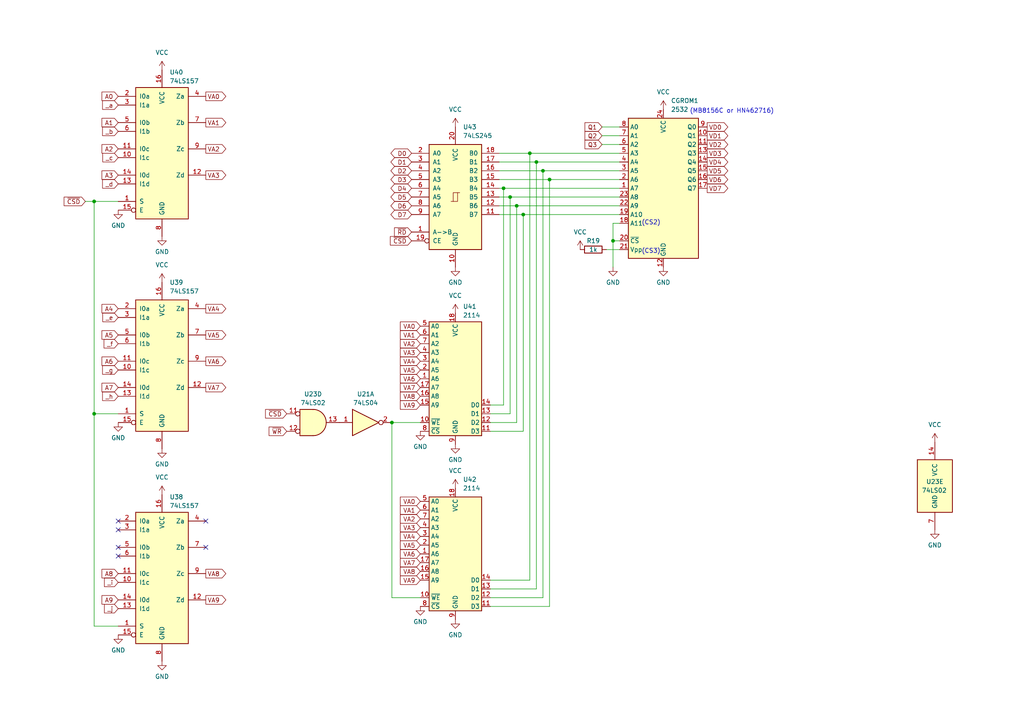
<source format=kicad_sch>
(kicad_sch (version 20230121) (generator eeschema)
  (paper "A4")
  (title_block (title "CGROM & VRAM") (date "2023-08-07") (comment 1 "U21 A/U23 D") (comment 2 "U3 U38 U39 U40 U41 U42 U43"))
  (lib_symbols
    (symbol "2114:2114"
      (property "Reference" "U" (at -7.62 17.78 0))
      (property "Value" "2114" (at 2.54 17.78 0))
      (symbol "2114_0_1"
        (rectangle (start -7.62 16.51) (end 7.62 -16.51) (stroke (width 0.254)) (fill (type background)))
      )
      (symbol "2114_1_0"
        (pin power_in line (at 0 19.05 270) (length 2.54) (name "VCC") (number "18"))
        (pin power_in line (at 0 -19.05 90) (length 2.54) (name "GND") (number "9"))
      )
      (symbol "2114_1_1"
        (pin input line (at -10.16 0 0) (length 2.54) (name "A6") (number "1"))
        (pin input line (at -10.16 -12.7 0) (length 2.54) (name "~{WE}") (number "10"))
        (pin bidirectional line (at 10.16 -15.24 180) (length 2.54) (name "D3") (number "11"))
        (pin bidirectional line (at 10.16 -12.7 180) (length 2.54) (name "D2") (number "12"))
        (pin bidirectional line (at 10.16 -10.16 180) (length 2.54) (name "D1") (number "13"))
        (pin bidirectional line (at 10.16 -7.62 180) (length 2.54) (name "D0") (number "14"))
        (pin input line (at -10.16 -7.62 0) (length 2.54) (name "A9") (number "15"))
        (pin input line (at -10.16 -5.08 0) (length 2.54) (name "A8") (number "16"))
        (pin input line (at -10.16 -2.54 0) (length 2.54) (name "A7") (number "17"))
        (pin input line (at -10.16 2.54 0) (length 2.54) (name "A5") (number "2"))
        (pin input line (at -10.16 5.08 0) (length 2.54) (name "A4") (number "3"))
        (pin input line (at -10.16 7.62 0) (length 2.54) (name "A3") (number "4"))
        (pin input line (at -10.16 15.24 0) (length 2.54) (name "A0") (number "5"))
        (pin input line (at -10.16 12.7 0) (length 2.54) (name "A1") (number "6"))
        (pin input line (at -10.16 10.16 0) (length 2.54) (name "A2") (number "7"))
        (pin input line (at -10.16 -15.24 0) (length 2.54) (name "~{CS}") (number "8"))
      )
    )
    (symbol "2532:2532"
      (property "Reference" "U" (at -10.16 20.955 0))
      (property "Value" "2532" (at 2.54 20.955 0))
      (symbol "2532_0_1"
        (rectangle (start -10.16 20.32) (end 10.16 -20.32) (stroke (width 0.254)) (fill (type background)))
      )
      (symbol "2532_1_0"
        (pin power_in line (at 0 -22.86 90) (length 2.54) (name "GND") (number "12"))
        (pin power_in line (at 0 22.86 270) (length 2.54) (name "VCC") (number "24"))
      )
      (symbol "2532_1_1"
        (pin input line (at -12.7 0 0) (length 2.54) (name "A7") (number "1"))
        (pin tri_state line (at 12.7 15.24 180) (length 2.54) (name "Q1") (number "10"))
        (pin tri_state line (at 12.7 12.7 180) (length 2.54) (name "Q2") (number "11"))
        (pin tri_state line (at 12.7 10.16 180) (length 2.54) (name "Q3") (number "13"))
        (pin tri_state line (at 12.7 7.62 180) (length 2.54) (name "Q4") (number "14"))
        (pin tri_state line (at 12.7 5.08 180) (length 2.54) (name "Q5") (number "15"))
        (pin tri_state line (at 12.7 2.54 180) (length 2.54) (name "Q6") (number "16"))
        (pin tri_state line (at 12.7 0 180) (length 2.54) (name "Q7") (number "17"))
        (pin input line (at -12.7 -10.16 0) (length 2.54) (name "A11") (number "18"))
        (pin input line (at -12.7 -7.62 0) (length 2.54) (name "A10") (number "19"))
        (pin input line (at -12.7 2.54 0) (length 2.54) (name "A6") (number "2"))
        (pin input line (at -12.7 -15.24 0) (length 2.54) (name "~{CS}") (number "20"))
        (pin input line (at -12.7 -17.78 0) (length 2.54) (name "Vpp") (number "21"))
        (pin input line (at -12.7 -5.08 0) (length 2.54) (name "A9") (number "22"))
        (pin input line (at -12.7 -2.54 0) (length 2.54) (name "A8") (number "23"))
        (pin input line (at -12.7 5.08 0) (length 2.54) (name "A5") (number "3"))
        (pin input line (at -12.7 7.62 0) (length 2.54) (name "A4") (number "4"))
        (pin input line (at -12.7 10.16 0) (length 2.54) (name "A3") (number "5"))
        (pin input line (at -12.7 12.7 0) (length 2.54) (name "A2") (number "6"))
        (pin input line (at -12.7 15.24 0) (length 2.54) (name "A1") (number "7"))
        (pin input line (at -12.7 17.78 0) (length 2.54) (name "A0") (number "8"))
        (pin tri_state line (at 12.7 17.78 180) (length 2.54) (name "Q0") (number "9"))
      )
    )
    (symbol "74xx:74LS02" (pin_names (offset 1.016))
      (property "Reference" "U" (at 0 1.27 0))
      (property "Value" "74LS02" (at 0 -1.27 0))
      (symbol "74LS02_1_1"
        (arc (start -3.81 -3.81) (mid -2.589 0) (end -3.81 3.81) (stroke (width 0.254)))
        (arc (start -0.6096 -3.81) (mid 2.1842 -2.5851) (end 3.81 0) (stroke (width 0.254)) (fill (type background)))
        (polyline (pts (xy -3.81 -3.81) (xy -0.635 -3.81)) (stroke (width 0.254)) (fill (type background)))
        (polyline (pts (xy -3.81 3.81) (xy -0.635 3.81)) (stroke (width 0.254)) (fill (type background)))
        (polyline (pts (xy -0.635 3.81) (xy -3.81 3.81) (xy -3.81 3.81) (xy -3.556 3.4036) (xy -3.0226 2.2606) (xy -2.6924 1.0414) (xy -2.6162 -0.254) (xy -2.7686 -1.4986) (xy -3.175 -2.7178) (xy -3.81 -3.81) (xy -3.81 -3.81) (xy -0.635 -3.81)) (stroke (width -25.4)) (fill (type background)))
        (arc (start 3.81 0) (mid 2.1915 2.5936) (end -0.6096 3.81) (stroke (width 0.254)) (fill (type background)))
        (pin output inverted (at 7.62 0 180) (length 3.81) (name "~") (number "1"))
        (pin input line (at -7.62 2.54 0) (length 4.318) (name "~") (number "2"))
        (pin input line (at -7.62 -2.54 0) (length 4.318) (name "~") (number "3"))
      )
      (symbol "74LS02_1_2"
        (arc (start 0 -3.81) (mid 3.7934 0) (end 0 3.81) (stroke (width 0.254)) (fill (type background)))
        (polyline (pts (xy 0 3.81) (xy -3.81 3.81) (xy -3.81 -3.81) (xy 0 -3.81)) (stroke (width 0.254)) (fill (type background)))
        (pin output line (at 7.62 0 180) (length 3.81) (name "~") (number "1"))
        (pin input inverted (at -7.62 2.54 0) (length 3.81) (name "~") (number "2"))
        (pin input inverted (at -7.62 -2.54 0) (length 3.81) (name "~") (number "3"))
      )
      (symbol "74LS02_2_1"
        (arc (start -3.81 -3.81) (mid -2.589 0) (end -3.81 3.81) (stroke (width 0.254)))
        (arc (start -0.6096 -3.81) (mid 2.1842 -2.5851) (end 3.81 0) (stroke (width 0.254)) (fill (type background)))
        (polyline (pts (xy -3.81 -3.81) (xy -0.635 -3.81)) (stroke (width 0.254)) (fill (type background)))
        (polyline (pts (xy -3.81 3.81) (xy -0.635 3.81)) (stroke (width 0.254)) (fill (type background)))
        (polyline (pts (xy -0.635 3.81) (xy -3.81 3.81) (xy -3.81 3.81) (xy -3.556 3.4036) (xy -3.0226 2.2606) (xy -2.6924 1.0414) (xy -2.6162 -0.254) (xy -2.7686 -1.4986) (xy -3.175 -2.7178) (xy -3.81 -3.81) (xy -3.81 -3.81) (xy -0.635 -3.81)) (stroke (width -25.4)) (fill (type background)))
        (arc (start 3.81 0) (mid 2.1915 2.5936) (end -0.6096 3.81) (stroke (width 0.254)) (fill (type background)))
        (pin output inverted (at 7.62 0 180) (length 3.81) (name "~") (number "4"))
        (pin input line (at -7.62 2.54 0) (length 4.318) (name "~") (number "5"))
        (pin input line (at -7.62 -2.54 0) (length 4.318) (name "~") (number "6"))
      )
      (symbol "74LS02_2_2"
        (arc (start 0 -3.81) (mid 3.7934 0) (end 0 3.81) (stroke (width 0.254)) (fill (type background)))
        (polyline (pts (xy 0 3.81) (xy -3.81 3.81) (xy -3.81 -3.81) (xy 0 -3.81)) (stroke (width 0.254)) (fill (type background)))
        (pin output line (at 7.62 0 180) (length 3.81) (name "~") (number "4"))
        (pin input inverted (at -7.62 2.54 0) (length 3.81) (name "~") (number "5"))
        (pin input inverted (at -7.62 -2.54 0) (length 3.81) (name "~") (number "6"))
      )
      (symbol "74LS02_3_1"
        (arc (start -3.81 -3.81) (mid -2.589 0) (end -3.81 3.81) (stroke (width 0.254)))
        (arc (start -0.6096 -3.81) (mid 2.1842 -2.5851) (end 3.81 0) (stroke (width 0.254)) (fill (type background)))
        (polyline (pts (xy -3.81 -3.81) (xy -0.635 -3.81)) (stroke (width 0.254)) (fill (type background)))
        (polyline (pts (xy -3.81 3.81) (xy -0.635 3.81)) (stroke (width 0.254)) (fill (type background)))
        (polyline (pts (xy -0.635 3.81) (xy -3.81 3.81) (xy -3.81 3.81) (xy -3.556 3.4036) (xy -3.0226 2.2606) (xy -2.6924 1.0414) (xy -2.6162 -0.254) (xy -2.7686 -1.4986) (xy -3.175 -2.7178) (xy -3.81 -3.81) (xy -3.81 -3.81) (xy -0.635 -3.81)) (stroke (width -25.4)) (fill (type background)))
        (arc (start 3.81 0) (mid 2.1915 2.5936) (end -0.6096 3.81) (stroke (width 0.254)) (fill (type background)))
        (pin output inverted (at 7.62 0 180) (length 3.81) (name "~") (number "10"))
        (pin input line (at -7.62 2.54 0) (length 4.318) (name "~") (number "8"))
        (pin input line (at -7.62 -2.54 0) (length 4.318) (name "~") (number "9"))
      )
      (symbol "74LS02_3_2"
        (arc (start 0 -3.81) (mid 3.7934 0) (end 0 3.81) (stroke (width 0.254)) (fill (type background)))
        (polyline (pts (xy 0 3.81) (xy -3.81 3.81) (xy -3.81 -3.81) (xy 0 -3.81)) (stroke (width 0.254)) (fill (type background)))
        (pin output line (at 7.62 0 180) (length 3.81) (name "~") (number "10"))
        (pin input inverted (at -7.62 2.54 0) (length 3.81) (name "~") (number "8"))
        (pin input inverted (at -7.62 -2.54 0) (length 3.81) (name "~") (number "9"))
      )
      (symbol "74LS02_4_1"
        (arc (start -3.81 -3.81) (mid -2.589 0) (end -3.81 3.81) (stroke (width 0.254)))
        (arc (start -0.6096 -3.81) (mid 2.1842 -2.5851) (end 3.81 0) (stroke (width 0.254)) (fill (type background)))
        (polyline (pts (xy -3.81 -3.81) (xy -0.635 -3.81)) (stroke (width 0.254)) (fill (type background)))
        (polyline (pts (xy -3.81 3.81) (xy -0.635 3.81)) (stroke (width 0.254)) (fill (type background)))
        (polyline (pts (xy -0.635 3.81) (xy -3.81 3.81) (xy -3.81 3.81) (xy -3.556 3.4036) (xy -3.0226 2.2606) (xy -2.6924 1.0414) (xy -2.6162 -0.254) (xy -2.7686 -1.4986) (xy -3.175 -2.7178) (xy -3.81 -3.81) (xy -3.81 -3.81) (xy -0.635 -3.81)) (stroke (width -25.4)) (fill (type background)))
        (arc (start 3.81 0) (mid 2.1915 2.5936) (end -0.6096 3.81) (stroke (width 0.254)) (fill (type background)))
        (pin input line (at -7.62 2.54 0) (length 4.318) (name "~") (number "11"))
        (pin input line (at -7.62 -2.54 0) (length 4.318) (name "~") (number "12"))
        (pin output inverted (at 7.62 0 180) (length 3.81) (name "~") (number "13"))
      )
      (symbol "74LS02_4_2"
        (arc (start 0 -3.81) (mid 3.7934 0) (end 0 3.81) (stroke (width 0.254)) (fill (type background)))
        (polyline (pts (xy 0 3.81) (xy -3.81 3.81) (xy -3.81 -3.81) (xy 0 -3.81)) (stroke (width 0.254)) (fill (type background)))
        (pin input inverted (at -7.62 2.54 0) (length 3.81) (name "~") (number "11"))
        (pin input inverted (at -7.62 -2.54 0) (length 3.81) (name "~") (number "12"))
        (pin output line (at 7.62 0 180) (length 3.81) (name "~") (number "13"))
      )
      (symbol "74LS02_5_0"
        (pin power_in line (at 0 12.7 270) (length 5.08) (name "VCC") (number "14"))
        (pin power_in line (at 0 -12.7 90) (length 5.08) (name "GND") (number "7"))
      )
      (symbol "74LS02_5_1"
        (rectangle (start -5.08 7.62) (end 5.08 -7.62) (stroke (width 0.254)) (fill (type background)))
      )
    )
    (symbol "74xx:74LS04"
      (property "Reference" "U" (at 0 1.27 0))
      (property "Value" "74LS04" (at 0 -1.27 0))
      (symbol "74LS04_1_0"
        (polyline (pts (xy -3.81 3.81) (xy -3.81 -3.81) (xy 3.81 0) (xy -3.81 3.81)) (stroke (width 0.254)) (fill (type background)))
        (pin input line (at -7.62 0 0) (length 3.81) (name "~") (number "1"))
        (pin output inverted (at 7.62 0 180) (length 3.81) (name "~") (number "2"))
      )
      (symbol "74LS04_2_0"
        (polyline (pts (xy -3.81 3.81) (xy -3.81 -3.81) (xy 3.81 0) (xy -3.81 3.81)) (stroke (width 0.254)) (fill (type background)))
        (pin input line (at -7.62 0 0) (length 3.81) (name "~") (number "3"))
        (pin output inverted (at 7.62 0 180) (length 3.81) (name "~") (number "4"))
      )
      (symbol "74LS04_3_0"
        (polyline (pts (xy -3.81 3.81) (xy -3.81 -3.81) (xy 3.81 0) (xy -3.81 3.81)) (stroke (width 0.254)) (fill (type background)))
        (pin input line (at -7.62 0 0) (length 3.81) (name "~") (number "5"))
        (pin output inverted (at 7.62 0 180) (length 3.81) (name "~") (number "6"))
      )
      (symbol "74LS04_4_0"
        (polyline (pts (xy -3.81 3.81) (xy -3.81 -3.81) (xy 3.81 0) (xy -3.81 3.81)) (stroke (width 0.254)) (fill (type background)))
        (pin output inverted (at 7.62 0 180) (length 3.81) (name "~") (number "8"))
        (pin input line (at -7.62 0 0) (length 3.81) (name "~") (number "9"))
      )
      (symbol "74LS04_5_0"
        (polyline (pts (xy -3.81 3.81) (xy -3.81 -3.81) (xy 3.81 0) (xy -3.81 3.81)) (stroke (width 0.254)) (fill (type background)))
        (pin output inverted (at 7.62 0 180) (length 3.81) (name "~") (number "10"))
        (pin input line (at -7.62 0 0) (length 3.81) (name "~") (number "11"))
      )
      (symbol "74LS04_6_0"
        (polyline (pts (xy -3.81 3.81) (xy -3.81 -3.81) (xy 3.81 0) (xy -3.81 3.81)) (stroke (width 0.254)) (fill (type background)))
        (pin output inverted (at 7.62 0 180) (length 3.81) (name "~") (number "12"))
        (pin input line (at -7.62 0 0) (length 3.81) (name "~") (number "13"))
      )
      (symbol "74LS04_7_0"
        (pin power_in line (at 0 12.7 270) (length 5.08) (name "VCC") (number "14"))
        (pin power_in line (at 0 -12.7 90) (length 5.08) (name "GND") (number "7"))
      )
      (symbol "74LS04_7_1"
        (rectangle (start -5.08 7.62) (end 5.08 -7.62) (stroke (width 0.254)) (fill (type background)))
      )
    )
    (symbol "74xx:74LS157" (pin_names (offset 1.016))
      (property "Reference" "U" (at -7.62 19.05 0))
      (property "Value" "74LS157" (at -7.62 -21.59 0))
      (symbol "74LS157_1_0"
        (pin input line (at -12.7 -15.24 0) (length 5.08) (name "S") (number "1"))
        (pin input line (at -12.7 -2.54 0) (length 5.08) (name "I1c") (number "10"))
        (pin input line (at -12.7 0 0) (length 5.08) (name "I0c") (number "11"))
        (pin output line (at 12.7 -7.62 180) (length 5.08) (name "Zd") (number "12"))
        (pin input line (at -12.7 -10.16 0) (length 5.08) (name "I1d") (number "13"))
        (pin input line (at -12.7 -7.62 0) (length 5.08) (name "I0d") (number "14"))
        (pin input inverted (at -12.7 -17.78 0) (length 5.08) (name "E") (number "15"))
        (pin power_in line (at 0 22.86 270) (length 5.08) (name "VCC") (number "16"))
        (pin input line (at -12.7 15.24 0) (length 5.08) (name "I0a") (number "2"))
        (pin input line (at -12.7 12.7 0) (length 5.08) (name "I1a") (number "3"))
        (pin output line (at 12.7 15.24 180) (length 5.08) (name "Za") (number "4"))
        (pin input line (at -12.7 7.62 0) (length 5.08) (name "I0b") (number "5"))
        (pin input line (at -12.7 5.08 0) (length 5.08) (name "I1b") (number "6"))
        (pin output line (at 12.7 7.62 180) (length 5.08) (name "Zb") (number "7"))
        (pin power_in line (at 0 -25.4 90) (length 5.08) (name "GND") (number "8"))
        (pin output line (at 12.7 0 180) (length 5.08) (name "Zc") (number "9"))
      )
      (symbol "74LS157_1_1"
        (rectangle (start -7.62 17.78) (end 7.62 -20.32) (stroke (width 0.254)) (fill (type background)))
      )
    )
    (symbol "74xx:74LS245" (pin_names (offset 1.016))
      (property "Reference" "U" (at -7.62 16.51 0))
      (property "Value" "74LS245" (at -7.62 -16.51 0))
      (symbol "74LS245_1_0"
        (polyline (pts (xy -0.635 -1.27) (xy -0.635 1.27) (xy 0.635 1.27)))
        (polyline (pts (xy -1.27 -1.27) (xy 0.635 -1.27) (xy 0.635 1.27) (xy 1.27 1.27)))
        (pin input line (at -12.7 -10.16 0) (length 5.08) (name "A->B") (number "1"))
        (pin power_in line (at 0 -20.32 90) (length 5.08) (name "GND") (number "10"))
        (pin tri_state line (at 12.7 -5.08 180) (length 5.08) (name "B7") (number "11"))
        (pin tri_state line (at 12.7 -2.54 180) (length 5.08) (name "B6") (number "12"))
        (pin tri_state line (at 12.7 0 180) (length 5.08) (name "B5") (number "13"))
        (pin tri_state line (at 12.7 2.54 180) (length 5.08) (name "B4") (number "14"))
        (pin tri_state line (at 12.7 5.08 180) (length 5.08) (name "B3") (number "15"))
        (pin tri_state line (at 12.7 7.62 180) (length 5.08) (name "B2") (number "16"))
        (pin tri_state line (at 12.7 10.16 180) (length 5.08) (name "B1") (number "17"))
        (pin tri_state line (at 12.7 12.7 180) (length 5.08) (name "B0") (number "18"))
        (pin input inverted (at -12.7 -12.7 0) (length 5.08) (name "CE") (number "19"))
        (pin tri_state line (at -12.7 12.7 0) (length 5.08) (name "A0") (number "2"))
        (pin power_in line (at 0 20.32 270) (length 5.08) (name "VCC") (number "20"))
        (pin tri_state line (at -12.7 10.16 0) (length 5.08) (name "A1") (number "3"))
        (pin tri_state line (at -12.7 7.62 0) (length 5.08) (name "A2") (number "4"))
        (pin tri_state line (at -12.7 5.08 0) (length 5.08) (name "A3") (number "5"))
        (pin tri_state line (at -12.7 2.54 0) (length 5.08) (name "A4") (number "6"))
        (pin tri_state line (at -12.7 0 0) (length 5.08) (name "A5") (number "7"))
        (pin tri_state line (at -12.7 -2.54 0) (length 5.08) (name "A6") (number "8"))
        (pin tri_state line (at -12.7 -5.08 0) (length 5.08) (name "A7") (number "9"))
      )
      (symbol "74LS245_1_1"
        (rectangle (start -7.62 15.24) (end 7.62 -15.24) (stroke (width 0.254)) (fill (type background)))
      )
    )
    (symbol "Device:R" (pin_numbers hide) (pin_names (offset 0))
      (property "Reference" "R" (at 2.032 0 90))
      (property "Value" "R" (at 0 0 90))
      (symbol "R_0_1"
        (rectangle (start -1.016 -2.54) (end 1.016 2.54) (stroke (width 0.254)))
      )
      (symbol "R_1_1"
        (pin passive line (at 0 3.81 270) (length 1.27) (name "~") (number "1"))
        (pin passive line (at 0 -3.81 90) (length 1.27) (name "~") (number "2"))
      )
    )
    (symbol "power:GND" (power) (pin_names (offset 0))
      (property "Value" "GND" (at 0 -3.81 0))
      (symbol "GND_0_1"
        (polyline (pts (xy 0 0) (xy 0 -1.27) (xy 1.27 -1.27) (xy 0 -2.54) (xy -1.27 -1.27) (xy 0 -1.27)))
      )
      (symbol "GND_1_1"
        (pin power_in line (at 0 0 270) (length 0) hide (name "GND") (number "1"))
      )
    )
    (symbol "power:VCC" (power) (pin_names (offset 0))
      (property "Value" "VCC" (at 0 3.81 0))
      (symbol "VCC_0_1"
        (polyline (pts (xy -0.762 1.27) (xy 0 2.54)))
        (polyline (pts (xy 0 0) (xy 0 2.54)))
        (polyline (pts (xy 0 2.54) (xy 0.762 1.27)))
      )
      (symbol "VCC_1_1"
        (pin power_in line (at 0 0 90) (length 0) hide (name "VCC") (number "1"))
      )
    )
  )
  (junction (at 159.385 52.07))
  (junction (at 146.05 54.61))
  (junction (at 27.305 58.42))
  (junction (at 27.305 120.015))
  (junction (at 155.575 46.99))
  (junction (at 151.765 62.23))
  (junction (at 157.48 49.53))
  (junction (at 147.955 57.15))
  (junction (at 177.8 69.85))
  (junction (at 113.665 122.555))
  (junction (at 149.86 59.69))
  (junction (at 153.67 44.45))
  (no_connect (at 34.29 161.29))
  (no_connect (at 34.29 158.75))
  (no_connect (at 59.69 158.75))
  (no_connect (at 59.69 151.13))
  (no_connect (at 34.29 151.13))
  (no_connect (at 34.29 153.67))
  (wire (pts (xy 27.305 120.015) (xy 34.29 120.015)))
  (wire (pts (xy 155.575 46.99) (xy 179.705 46.99)))
  (wire (pts (xy 144.78 44.45) (xy 153.67 44.45)))
  (wire (pts (xy 144.78 62.23) (xy 151.765 62.23)))
  (wire (pts (xy 24.765 58.42) (xy 27.305 58.42)))
  (wire (pts (xy 155.575 170.815) (xy 155.575 46.99)))
  (wire (pts (xy 153.67 44.45) (xy 153.67 168.275)))
  (wire (pts (xy 147.955 57.15) (xy 179.705 57.15)))
  (wire (pts (xy 149.86 59.69) (xy 179.705 59.69)))
  (wire (pts (xy 177.8 77.47) (xy 177.8 69.85)))
  (wire (pts (xy 151.765 62.23) (xy 179.705 62.23)))
  (wire (pts (xy 146.05 54.61) (xy 179.705 54.61)))
  (wire (pts (xy 147.955 57.15) (xy 147.955 120.015)))
  (wire (pts (xy 27.305 181.61) (xy 34.29 181.61)))
  (wire (pts (xy 27.305 120.015) (xy 27.305 181.61)))
  (wire (pts (xy 151.765 125.095) (xy 142.24 125.095)))
  (wire (pts (xy 144.78 57.15) (xy 147.955 57.15)))
  (wire (pts (xy 177.8 69.85) (xy 179.705 69.85)))
  (wire (pts (xy 113.665 122.555) (xy 113.665 173.355)))
  (wire (pts (xy 146.05 117.475) (xy 146.05 54.61)))
  (wire (pts (xy 144.78 46.99) (xy 155.575 46.99)))
  (wire (pts (xy 144.78 59.69) (xy 149.86 59.69)))
  (wire (pts (xy 159.385 52.07) (xy 179.705 52.07)))
  (wire (pts (xy 175.895 72.39) (xy 179.705 72.39)))
  (wire (pts (xy 157.48 49.53) (xy 179.705 49.53)))
  (wire (pts (xy 113.665 122.555) (xy 121.92 122.555)))
  (wire (pts (xy 142.24 117.475) (xy 146.05 117.475)))
  (wire (pts (xy 142.24 170.815) (xy 155.575 170.815)))
  (wire (pts (xy 157.48 173.355) (xy 142.24 173.355)))
  (wire (pts (xy 142.24 175.895) (xy 159.385 175.895)))
  (wire (pts (xy 157.48 49.53) (xy 157.48 173.355)))
  (wire (pts (xy 113.665 173.355) (xy 121.92 173.355)))
  (wire (pts (xy 174.625 36.83) (xy 179.705 36.83)))
  (wire (pts (xy 151.765 62.23) (xy 151.765 125.095)))
  (wire (pts (xy 144.78 54.61) (xy 146.05 54.61)))
  (wire (pts (xy 27.305 58.42) (xy 27.305 120.015)))
  (wire (pts (xy 153.67 44.45) (xy 179.705 44.45)))
  (wire (pts (xy 177.8 69.85) (xy 177.8 64.77)))
  (wire (pts (xy 142.24 122.555) (xy 149.86 122.555)))
  (wire (pts (xy 174.625 41.91) (xy 179.705 41.91)))
  (wire (pts (xy 159.385 52.07) (xy 159.385 175.895)))
  (wire (pts (xy 144.78 52.07) (xy 159.385 52.07)))
  (wire (pts (xy 34.29 58.42) (xy 27.305 58.42)))
  (wire (pts (xy 174.625 39.37) (xy 179.705 39.37)))
  (wire (pts (xy 149.86 122.555) (xy 149.86 59.69)))
  (wire (pts (xy 144.78 49.53) (xy 157.48 49.53)))
  (wire (pts (xy 147.955 120.015) (xy 142.24 120.015)))
  (wire (pts (xy 177.8 64.77) (xy 179.705 64.77)))
  (wire (pts (xy 142.24 168.275) (xy 153.67 168.275)))
  (text "(MB8156C or HN462716)" (at 200.025 33.02 0) (effects (font (size 1.27 1.27)) (justify left bottom)))
  (text "(CS2)" (at 186.055 65.405 0) (effects (font (size 1.27 1.27)) (justify left bottom)))
  (text "(CS3)" (at 186.055 73.66 0) (effects (font (size 1.27 1.27)) (justify left bottom)))
  (global_label "VA8" (shape output) (at 59.69 166.37 0) (property "Intersheetrefs" "${INTERSHEET_REFS}" (effects hide)))
  (global_label "VA3" (shape input) (at 121.92 153.035 180) (property "Intersheetrefs" "${INTERSHEET_REFS}" (effects hide)))
  (global_label "VA4" (shape input) (at 121.92 155.575 180) (property "Intersheetrefs" "${INTERSHEET_REFS}" (effects hide)))
  (global_label "A1" (shape input) (at 34.29 35.56 180) (property "Intersheetrefs" "${INTERSHEET_REFS}" (effects hide)))
  (global_label "VA2" (shape input) (at 121.92 99.695 180) (property "Intersheetrefs" "${INTERSHEET_REFS}" (effects hide)))
  (global_label "VD1" (shape output) (at 205.105 39.37 0) (property "Intersheetrefs" "${INTERSHEET_REFS}" (effects hide)))
  (global_label "VD7" (shape output) (at 205.105 54.61 0) (property "Intersheetrefs" "${INTERSHEET_REFS}" (effects hide)))
  (global_label "_i" (shape input) (at 34.29 168.91 180) (property "Intersheetrefs" "${INTERSHEET_REFS}" (effects hide)))
  (global_label "A7" (shape input) (at 34.29 112.395 180) (property "Intersheetrefs" "${INTERSHEET_REFS}" (effects hide)))
  (global_label "D2" (shape bidirectional) (at 119.38 49.53 180) (property "Intersheetrefs" "${INTERSHEET_REFS}" (effects hide)))
  (global_label "VA8" (shape input) (at 121.92 114.935 180) (property "Intersheetrefs" "${INTERSHEET_REFS}" (effects hide)))
  (global_label "VA7" (shape output) (at 59.69 112.395 0) (property "Intersheetrefs" "${INTERSHEET_REFS}" (effects hide)))
  (global_label "D5" (shape bidirectional) (at 119.38 57.15 180) (property "Intersheetrefs" "${INTERSHEET_REFS}" (effects hide)))
  (global_label "VA5" (shape output) (at 59.69 97.155 0) (property "Intersheetrefs" "${INTERSHEET_REFS}" (effects hide)))
  (global_label "_f" (shape input) (at 34.29 99.695 180) (property "Intersheetrefs" "${INTERSHEET_REFS}" (effects hide)))
  (global_label "_a" (shape input) (at 34.29 30.48 180) (property "Intersheetrefs" "${INTERSHEET_REFS}" (effects hide)))
  (global_label "VA7" (shape input) (at 121.92 163.195 180) (property "Intersheetrefs" "${INTERSHEET_REFS}" (effects hide)))
  (global_label "A0" (shape input) (at 34.29 27.94 180) (property "Intersheetrefs" "${INTERSHEET_REFS}" (effects hide)))
  (global_label "VA0" (shape input) (at 121.92 94.615 180) (property "Intersheetrefs" "${INTERSHEET_REFS}" (effects hide)))
  (global_label "~{CSD}" (shape input) (at 83.185 120.015 180) (property "Intersheetrefs" "${INTERSHEET_REFS}" (effects hide)))
  (global_label "VD2" (shape output) (at 205.105 41.91 0) (property "Intersheetrefs" "${INTERSHEET_REFS}" (effects hide)))
  (global_label "Q3" (shape input) (at 174.625 41.91 180) (property "Intersheetrefs" "${INTERSHEET_REFS}" (effects hide)))
  (global_label "VA4" (shape input) (at 121.92 104.775 180) (property "Intersheetrefs" "${INTERSHEET_REFS}" (effects hide)))
  (global_label "VA9" (shape input) (at 121.92 117.475 180) (property "Intersheetrefs" "${INTERSHEET_REFS}" (effects hide)))
  (global_label "_g" (shape input) (at 34.29 107.315 180) (property "Intersheetrefs" "${INTERSHEET_REFS}" (effects hide)))
  (global_label "Q1" (shape input) (at 174.625 36.83 180) (property "Intersheetrefs" "${INTERSHEET_REFS}" (effects hide)))
  (global_label "D4" (shape bidirectional) (at 119.38 54.61 180) (property "Intersheetrefs" "${INTERSHEET_REFS}" (effects hide)))
  (global_label "~{CSD}" (shape input) (at 24.765 58.42 180) (property "Intersheetrefs" "${INTERSHEET_REFS}" (effects hide)))
  (global_label "VA1" (shape output) (at 59.69 35.56 0) (property "Intersheetrefs" "${INTERSHEET_REFS}" (effects hide)))
  (global_label "VA5" (shape input) (at 121.92 158.115 180) (property "Intersheetrefs" "${INTERSHEET_REFS}" (effects hide)))
  (global_label "A5" (shape input) (at 34.29 97.155 180) (property "Intersheetrefs" "${INTERSHEET_REFS}" (effects hide)))
  (global_label "VA7" (shape input) (at 121.92 112.395 180) (property "Intersheetrefs" "${INTERSHEET_REFS}" (effects hide)))
  (global_label "D7" (shape bidirectional) (at 119.38 62.23 180) (property "Intersheetrefs" "${INTERSHEET_REFS}" (effects hide)))
  (global_label "VA3" (shape input) (at 121.92 102.235 180) (property "Intersheetrefs" "${INTERSHEET_REFS}" (effects hide)))
  (global_label "_c" (shape input) (at 34.29 45.72 180) (property "Intersheetrefs" "${INTERSHEET_REFS}" (effects hide)))
  (global_label "A4" (shape input) (at 34.29 89.535 180) (property "Intersheetrefs" "${INTERSHEET_REFS}" (effects hide)))
  (global_label "D3" (shape bidirectional) (at 119.38 52.07 180) (property "Intersheetrefs" "${INTERSHEET_REFS}" (effects hide)))
  (global_label "D6" (shape bidirectional) (at 119.38 59.69 180) (property "Intersheetrefs" "${INTERSHEET_REFS}" (effects hide)))
  (global_label "VA1" (shape input) (at 121.92 147.955 180) (property "Intersheetrefs" "${INTERSHEET_REFS}" (effects hide)))
  (global_label "~{CSD}" (shape input) (at 119.38 69.85 180) (property "Intersheetrefs" "${INTERSHEET_REFS}" (effects hide)))
  (global_label "A9" (shape input) (at 34.29 173.99 180) (property "Intersheetrefs" "${INTERSHEET_REFS}" (effects hide)))
  (global_label "VD0" (shape output) (at 205.105 36.83 0) (property "Intersheetrefs" "${INTERSHEET_REFS}" (effects hide)))
  (global_label "VD4" (shape output) (at 205.105 46.99 0) (property "Intersheetrefs" "${INTERSHEET_REFS}" (effects hide)))
  (global_label "A8" (shape input) (at 34.29 166.37 180) (property "Intersheetrefs" "${INTERSHEET_REFS}" (effects hide)))
  (global_label "A6" (shape input) (at 34.29 104.775 180) (property "Intersheetrefs" "${INTERSHEET_REFS}" (effects hide)))
  (global_label "D1" (shape bidirectional) (at 119.38 46.99 180) (property "Intersheetrefs" "${INTERSHEET_REFS}" (effects hide)))
  (global_label "VA9" (shape output) (at 59.69 173.99 0) (property "Intersheetrefs" "${INTERSHEET_REFS}" (effects hide)))
  (global_label "~{WR}" (shape input) (at 83.185 125.095 180) (property "Intersheetrefs" "${INTERSHEET_REFS}" (effects hide)))
  (global_label "~{RD}" (shape input) (at 119.38 67.31 180) (property "Intersheetrefs" "${INTERSHEET_REFS}" (effects hide)))
  (global_label "VA6" (shape input) (at 121.92 160.655 180) (property "Intersheetrefs" "${INTERSHEET_REFS}" (effects hide)))
  (global_label "VA3" (shape output) (at 59.69 50.8 0) (property "Intersheetrefs" "${INTERSHEET_REFS}" (effects hide)))
  (global_label "A3" (shape input) (at 34.29 50.8 180) (property "Intersheetrefs" "${INTERSHEET_REFS}" (effects hide)))
  (global_label "VD3" (shape output) (at 205.105 44.45 0) (property "Intersheetrefs" "${INTERSHEET_REFS}" (effects hide)))
  (global_label "VA2" (shape input) (at 121.92 150.495 180) (property "Intersheetrefs" "${INTERSHEET_REFS}" (effects hide)))
  (global_label "VA0" (shape input) (at 121.92 145.415 180) (property "Intersheetrefs" "${INTERSHEET_REFS}" (effects hide)))
  (global_label "VA2" (shape output) (at 59.69 43.18 0) (property "Intersheetrefs" "${INTERSHEET_REFS}" (effects hide)))
  (global_label "_d" (shape input) (at 34.29 53.34 180) (property "Intersheetrefs" "${INTERSHEET_REFS}" (effects hide)))
  (global_label "VA6" (shape output) (at 59.69 104.775 0) (property "Intersheetrefs" "${INTERSHEET_REFS}" (effects hide)))
  (global_label "_b" (shape input) (at 34.29 38.1 180) (property "Intersheetrefs" "${INTERSHEET_REFS}" (effects hide)))
  (global_label "VD6" (shape output) (at 205.105 52.07 0) (property "Intersheetrefs" "${INTERSHEET_REFS}" (effects hide)))
  (global_label "_e" (shape input) (at 34.29 92.075 180) (property "Intersheetrefs" "${INTERSHEET_REFS}" (effects hide)))
  (global_label "VA5" (shape input) (at 121.92 107.315 180) (property "Intersheetrefs" "${INTERSHEET_REFS}" (effects hide)))
  (global_label "_h" (shape input) (at 34.29 114.935 180) (property "Intersheetrefs" "${INTERSHEET_REFS}" (effects hide)))
  (global_label "VA9" (shape input) (at 121.92 168.275 180) (property "Intersheetrefs" "${INTERSHEET_REFS}" (effects hide)))
  (global_label "_j" (shape input) (at 34.29 176.53 180) (property "Intersheetrefs" "${INTERSHEET_REFS}" (effects hide)))
  (global_label "Q2" (shape input) (at 174.625 39.37 180) (property "Intersheetrefs" "${INTERSHEET_REFS}" (effects hide)))
  (global_label "VA8" (shape input) (at 121.92 165.735 180) (property "Intersheetrefs" "${INTERSHEET_REFS}" (effects hide)))
  (global_label "A2" (shape input) (at 34.29 43.18 180) (property "Intersheetrefs" "${INTERSHEET_REFS}" (effects hide)))
  (global_label "VA6" (shape input) (at 121.92 109.855 180) (property "Intersheetrefs" "${INTERSHEET_REFS}" (effects hide)))
  (global_label "VD5" (shape output) (at 205.105 49.53 0) (property "Intersheetrefs" "${INTERSHEET_REFS}" (effects hide)))
  (global_label "VA1" (shape input) (at 121.92 97.155 180) (property "Intersheetrefs" "${INTERSHEET_REFS}" (effects hide)))
  (global_label "VA4" (shape output) (at 59.69 89.535 0) (property "Intersheetrefs" "${INTERSHEET_REFS}" (effects hide)))
  (global_label "VA0" (shape output) (at 59.69 27.94 0) (property "Intersheetrefs" "${INTERSHEET_REFS}" (effects hide)))
  (global_label "D0" (shape bidirectional) (at 119.38 44.45 180) (property "Intersheetrefs" "${INTERSHEET_REFS}" (effects hide)))
  (symbol (lib_id "74xx:74LS157") (at 46.99 43.18 0) (unit 1)
    (property "Reference" "U40" (at 49.1841 20.955 0) (effects (justify left)))
    (property "Value" "74LS157" (at 49.1841 23.495 0) (effects (justify left)))
    (property "Footprint" "Package_DIP:DIP-16_W7.62mm" (effects hide))
    (property "Datasheet" "http://www.ti.com/lit/gpn/sn74LS157" (effects hide))
  )
  (symbol (lib_id "power:VCC") (at 132.08 90.805 0) (unit 1)
    (property "Reference" "#PWR0150" (effects hide))
    (property "Value" "VCC" (at 132.08 85.725 0))
    (instances (project "MZ80" (path "" (reference "#PWR0150") (unit 1)) (path "" (reference "#PWR0174") (unit 1))))
  )
  (symbol (lib_id "power:VCC") (at 168.275 72.39 0) (unit 1)
    (property "Reference" "#PWR0150" (effects hide))
    (property "Value" "VCC" (at 168.275 67.31 0))
    (instances (project "MZ80" (path "" (reference "#PWR0150") (unit 1)) (path "" (reference "#PWR0183") (unit 1))))
  )
  (symbol (lib_id "2532:2532") (at 192.405 54.61 0) (unit 1)
    (property "Reference" "CGROM1" (at 194.5991 29.21 0) (effects (justify left)))
    (property "Value" "2532" (at 194.5991 31.75 0) (effects (justify left)))
    (property "Footprint" "Package_DIP:DIP-24_W15.24mm" (effects hide))
  )
  (symbol (lib_id "power:GND") (at 271.145 153.67 0) (unit 1)
    (property "Reference" "#PWR052" (effects hide))
    (property "Value" "GND" (at 271.145 158.115 0))
  )
  (symbol (lib_id "power:GND") (at 121.92 175.895 0) (unit 1)
    (property "Reference" "#PWR0178" (effects hide))
    (property "Value" "GND" (at 121.92 180.34 0))
  )
  (symbol (lib_id "power:VCC") (at 132.08 141.605 0) (unit 1)
    (property "Reference" "#PWR0150" (effects hide))
    (property "Value" "VCC" (at 132.08 136.525 0))
    (instances (project "MZ80" (path "" (reference "#PWR0150") (unit 1)) (path "" (reference "#PWR0173") (unit 1))))
  )
  (symbol (lib_id "74xx:74LS04") (at 106.045 122.555 0) (unit 1)
    (property "Reference" "U21" (at 106.045 114.3 0))
    (property "Value" "74LS04" (at 106.045 116.84 0))
    (property "Footprint" "Package_DIP:DIP-14_W7.62mm" (effects hide))
    (property "Datasheet" "http://www.ti.com/lit/gpn/sn74LS04" (effects hide))
  )
  (symbol (lib_id "power:VCC") (at 46.99 143.51 0) (unit 1)
    (property "Reference" "#PWR0150" (effects hide))
    (property "Value" "VCC" (at 46.99 138.43 0))
    (instances (project "MZ80" (path "" (reference "#PWR0150") (unit 1)) (path "" (reference "#PWR0171") (unit 1))))
  )
  (symbol (lib_id "power:GND") (at 34.29 60.96 0) (unit 1)
    (property "Reference" "#PWR0166" (effects hide))
    (property "Value" "GND" (at 34.29 65.405 0))
  )
  (symbol (lib_id "74xx:74LS157") (at 46.99 104.775 0) (unit 1)
    (property "Reference" "U39" (at 49.1841 81.915 0) (effects (justify left)))
    (property "Value" "74LS157" (at 49.1841 84.455 0) (effects (justify left)))
    (property "Footprint" "Package_DIP:DIP-16_W7.62mm" (effects hide))
    (property "Datasheet" "http://www.ti.com/lit/gpn/sn74LS157" (effects hide))
  )
  (symbol (lib_id "power:GND") (at 46.99 191.77 0) (unit 1)
    (property "Reference" "#PWR0172" (effects hide))
    (property "Value" "GND" (at 46.99 196.215 0))
  )
  (symbol (lib_id "power:VCC") (at 271.145 128.27 0) (unit 1)
    (property "Reference" "#PWR0150" (effects hide))
    (property "Value" "VCC" (at 271.145 123.19 0))
    (instances (project "MZ80" (path "" (reference "#PWR0150") (unit 1)) (path "" (reference "#PWR053") (unit 1))))
  )
  (symbol (lib_id "74xx:74LS02") (at 90.805 122.555 0) (unit 4) (convert 2)
    (property "Reference" "U23" (at 90.7967 114.3 0))
    (property "Value" "74LS02" (at 90.7967 116.84 0))
    (property "Footprint" "Package_DIP:DIP-14_W7.62mm" (effects hide))
    (property "Datasheet" "http://www.ti.com/lit/gpn/sn74ls02" (effects hide))
  )
  (symbol (lib_id "2114:2114") (at 132.08 109.855 0) (unit 1)
    (property "Reference" "U41" (at 134.2741 88.9 0) (effects (justify left)))
    (property "Value" "2114" (at 134.2741 91.44 0) (effects (justify left)))
    (property "Footprint" "Package_DIP:DIP-18_W7.62mm" (effects hide))
  )
  (symbol (lib_id "power:VCC") (at 192.405 31.75 0) (unit 1)
    (property "Reference" "#PWR0150" (effects hide))
    (property "Value" "VCC" (at 192.405 26.67 0))
    (instances (project "MZ80" (path "" (reference "#PWR0150") (unit 1)) (path "" (reference "#PWR0182") (unit 1))))
  )
  (symbol (lib_id "74xx:74LS245") (at 132.08 57.15 0) (unit 1)
    (property "Reference" "U43" (at 134.2741 36.83 0) (effects (justify left)))
    (property "Value" "74LS245" (at 134.2741 39.37 0) (effects (justify left)))
    (property "Footprint" "Package_DIP:DIP-20_W7.62mm" (effects hide))
    (property "Datasheet" "http://www.ti.com/lit/gpn/sn74LS245" (effects hide))
  )
  (symbol (lib_id "power:GND") (at 192.405 77.47 0) (unit 1)
    (property "Reference" "#PWR0181" (effects hide))
    (property "Value" "GND" (at 192.405 81.915 0))
  )
  (symbol (lib_id "power:GND") (at 132.08 179.705 0) (unit 1)
    (property "Reference" "#PWR0176" (effects hide))
    (property "Value" "GND" (at 132.08 184.15 0))
  )
  (symbol (lib_id "power:VCC") (at 46.99 81.915 0) (unit 1)
    (property "Reference" "#PWR0150" (effects hide))
    (property "Value" "VCC" (at 46.99 76.835 0))
    (instances (project "MZ80" (path "" (reference "#PWR0150") (unit 1)) (path "" (reference "#PWR0168") (unit 1))))
  )
  (symbol (lib_id "power:GND") (at 177.8 77.47 0) (unit 1)
    (property "Reference" "#PWR0184" (effects hide))
    (property "Value" "GND" (at 177.8 81.915 0))
  )
  (symbol (lib_id "power:GND") (at 34.29 184.15 0) (unit 1)
    (property "Reference" "#PWR0170" (effects hide))
    (property "Value" "GND" (at 34.29 188.595 0))
  )
  (symbol (lib_id "power:VCC") (at 132.08 36.83 0) (unit 1)
    (property "Reference" "#PWR0150" (effects hide))
    (property "Value" "VCC" (at 132.08 31.75 0))
    (instances (project "MZ80" (path "" (reference "#PWR0150") (unit 1)) (path "" (reference "#PWR0179") (unit 1))))
  )
  (symbol (lib_id "power:GND") (at 46.99 68.58 0) (unit 1)
    (property "Reference" "#PWR0165" (effects hide))
    (property "Value" "GND" (at 46.99 73.025 0))
  )
  (symbol (lib_id "power:GND") (at 46.99 130.175 0) (unit 1)
    (property "Reference" "#PWR0169" (effects hide))
    (property "Value" "GND" (at 46.99 134.62 0))
  )
  (symbol (lib_id "74xx:74LS157") (at 46.99 166.37 0) (unit 1)
    (property "Reference" "U38" (at 49.1841 144.145 0) (effects (justify left)))
    (property "Value" "74LS157" (at 49.1841 146.685 0) (effects (justify left)))
    (property "Footprint" "Package_DIP:DIP-16_W7.62mm" (effects hide))
    (property "Datasheet" "http://www.ti.com/lit/gpn/sn74LS157" (effects hide))
  )
  (symbol (lib_id "power:GND") (at 121.92 125.095 0) (unit 1)
    (property "Reference" "#PWR0177" (effects hide))
    (property "Value" "GND" (at 121.92 129.54 0))
  )
  (symbol (lib_id "74xx:74LS02") (at 271.145 140.97 0) (unit 5)
    (property "Reference" "U23" (at 268.605 139.7 0) (effects (justify left)))
    (property "Value" "74LS02" (at 267.335 142.24 0) (effects (justify left)))
    (property "Footprint" "Package_DIP:DIP-14_W7.62mm" (effects hide))
    (property "Datasheet" "http://www.ti.com/lit/gpn/sn74ls02" (effects hide))
  )
  (symbol (lib_id "power:GND") (at 34.29 122.555 0) (unit 1)
    (property "Reference" "#PWR0167" (effects hide))
    (property "Value" "GND" (at 34.29 127 0))
  )
  (symbol (lib_id "power:VCC") (at 46.99 20.32 0) (unit 1)
    (property "Reference" "#PWR0150" (effects hide))
    (property "Value" "VCC" (at 46.99 15.24 0))
    (instances (project "MZ80" (path "" (reference "#PWR0150") (unit 1)) (path "" (reference "#PWR0164") (unit 1))))
  )
  (symbol (lib_id "power:GND") (at 132.08 128.905 0) (unit 1)
    (property "Reference" "#PWR0175" (effects hide))
    (property "Value" "GND" (at 132.08 133.35 0))
  )
  (symbol (lib_id "Device:R") (at 172.085 72.39 90) (unit 1)
    (property "Reference" "R19" (at 172.085 69.85 90))
    (property "Value" "1k" (at 172.085 72.39 90))
  )
  (symbol (lib_id "2114:2114") (at 132.08 160.655 0) (unit 1)
    (property "Reference" "U42" (at 134.2741 139.065 0) (effects (justify left)))
    (property "Value" "2114" (at 134.2741 141.605 0) (effects (justify left)))
    (property "Footprint" "Package_DIP:DIP-18_W7.62mm" (effects hide))
  )
  (symbol (lib_id "power:GND") (at 132.08 77.47 0) (unit 1)
    (property "Reference" "#PWR0180" (effects hide))
    (property "Value" "GND" (at 132.08 81.915 0))
  )
)
</source>
